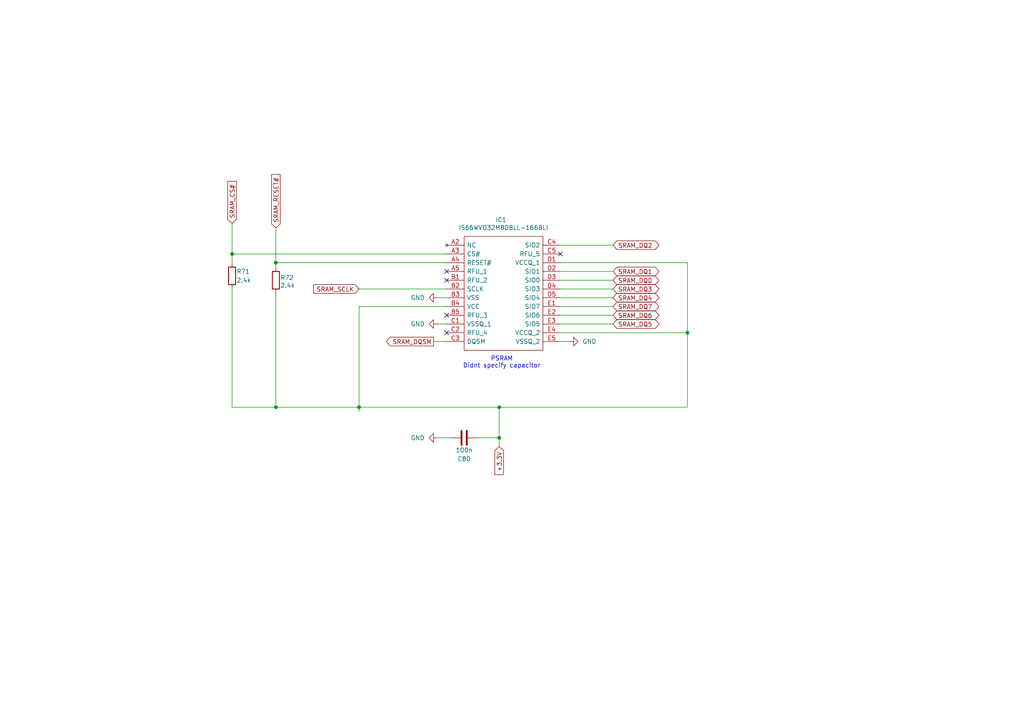
<source format=kicad_sch>
(kicad_sch (version 20231120) (generator "eeschema") (generator_version "8.0")
  (paper "A4")
  (lib_symbols
    (symbol "Device:C" (pin_numbers hide) (pin_names (offset 0.254))
      (property "Reference" "C" (at 0.635 2.54 0))
      (property "Value" "C" (at 0.635 -2.54 0))
      (symbol "C_0_1"
        (polyline (pts (xy -2.032 -0.762) (xy 2.032 -0.762)) (stroke (width 0.508)))
        (polyline (pts (xy -2.032 0.762) (xy 2.032 0.762)) (stroke (width 0.508)))
      )
      (symbol "C_1_1"
        (pin passive line (at 0 3.81 270) (length 2.794) (name "~") (number "1"))
        (pin passive line (at 0 -3.81 90) (length 2.794) (name "~") (number "2"))
      )
    )
    (symbol "Device:R" (pin_numbers hide) (pin_names (offset 0))
      (property "Reference" "R" (at 2.032 0 90))
      (property "Value" "R" (at 0 0 90))
      (symbol "R_0_1"
        (rectangle (start -1.016 -2.54) (end 1.016 2.54) (stroke (width 0.254)))
      )
      (symbol "R_1_1"
        (pin passive line (at 0 3.81 270) (length 1.27) (name "~") (number "1"))
        (pin passive line (at 0 -3.81 90) (length 1.27) (name "~") (number "2"))
      )
    )
    (symbol "IS66WVO32M8DBLL-166BLI:IS66WVO32M8DBLL-166BLI" (pin_names (offset 0.762))
      (property "Reference" "IC" (at 29.21 7.62 0))
      (property "Value" "IS66WVO32M8DBLL-166BLI" (at 29.21 5.08 0))
      (symbol "IS66WVO32M8DBLL-166BLI_0_0"
        (pin no_connect line (at 0 0 0) (length 5.08) (name "NC") (number "A2"))
        (pin passive line (at 0 -2.54 0) (length 5.08) (name "CS#") (number "A3"))
        (pin passive line (at 0 -5.08 0) (length 5.08) (name "RESET#") (number "A4"))
        (pin passive line (at 0 -7.62 0) (length 5.08) (name "RFU_1") (number "A5"))
        (pin passive line (at 0 -10.16 0) (length 5.08) (name "RFU_2") (number "B1"))
        (pin passive line (at 0 -12.7 0) (length 5.08) (name "SCLK") (number "B2"))
        (pin passive line (at 0 -15.24 0) (length 5.08) (name "VSS") (number "B3"))
        (pin passive line (at 0 -17.78 0) (length 5.08) (name "VCC") (number "B4"))
        (pin passive line (at 0 -20.32 0) (length 5.08) (name "RFU_3") (number "B5"))
        (pin passive line (at 0 -22.86 0) (length 5.08) (name "VSSQ_1") (number "C1"))
        (pin passive line (at 0 -25.4 0) (length 5.08) (name "RFU_4") (number "C2"))
        (pin passive line (at 0 -27.94 0) (length 5.08) (name "DQSM") (number "C3"))
        (pin passive line (at 33.02 0 180) (length 5.08) (name "SIO2") (number "C4"))
        (pin passive line (at 33.02 -2.54 180) (length 5.08) (name "RFU_5") (number "C5"))
        (pin passive line (at 33.02 -5.08 180) (length 5.08) (name "VCCQ_1") (number "D1"))
        (pin passive line (at 33.02 -7.62 180) (length 5.08) (name "SIO1") (number "D2"))
        (pin passive line (at 33.02 -10.16 180) (length 5.08) (name "SIO0") (number "D3"))
        (pin passive line (at 33.02 -12.7 180) (length 5.08) (name "SIO3") (number "D4"))
        (pin passive line (at 33.02 -15.24 180) (length 5.08) (name "SIO4") (number "D5"))
        (pin passive line (at 33.02 -17.78 180) (length 5.08) (name "SIO7") (number "E1"))
        (pin passive line (at 33.02 -20.32 180) (length 5.08) (name "SIO6") (number "E2"))
        (pin passive line (at 33.02 -22.86 180) (length 5.08) (name "SIO5") (number "E3"))
        (pin passive line (at 33.02 -25.4 180) (length 5.08) (name "VCCQ_2") (number "E4"))
        (pin passive line (at 33.02 -27.94 180) (length 5.08) (name "VSSQ_2") (number "E5"))
      )
      (symbol "IS66WVO32M8DBLL-166BLI_0_1"
        (polyline (pts (xy 5.08 2.54) (xy 27.94 2.54) (xy 27.94 -30.48) (xy 5.08 -30.48) (xy 5.08 2.54)) (stroke (width 0.1524)))
      )
    )
    (symbol "power:GND" (power) (pin_numbers hide) (pin_names (offset 0) hide)
      (property "Value" "GND" (at 0 -3.81 0))
      (symbol "GND_0_1"
        (polyline (pts (xy 0 0) (xy 0 -1.27) (xy 1.27 -1.27) (xy 0 -2.54) (xy -1.27 -1.27) (xy 0 -1.27)))
      )
      (symbol "GND_1_1"
        (pin power_in line (at 0 0 270) (length 0) (name "~") (number "1"))
      )
    )
  )
  (junction (at 104.14 118.11))
  (junction (at 67.31 73.66))
  (junction (at 80.01 118.11))
  (junction (at 80.01 76.2))
  (junction (at 199.39 96.52))
  (junction (at 144.78 127))
  (junction (at 144.78 118.11))
  (no_connect (at 129.54 78.74))
  (no_connect (at 129.54 81.28))
  (no_connect (at 162.56 73.66))
  (no_connect (at 129.54 91.44))
  (no_connect (at 129.54 96.52))
  (wire (pts (xy 165.1 99.06) (xy 162.56 99.06)))
  (wire (pts (xy 127 93.98) (xy 129.54 93.98)))
  (wire (pts (xy 67.31 73.66) (xy 67.31 76.2)))
  (wire (pts (xy 80.01 118.11) (xy 104.14 118.11)))
  (wire (pts (xy 127 86.36) (xy 129.54 86.36)))
  (wire (pts (xy 80.01 76.2) (xy 80.01 66.04)))
  (wire (pts (xy 104.14 88.9) (xy 129.54 88.9)))
  (wire (pts (xy 144.78 127) (xy 138.43 127)))
  (wire (pts (xy 104.14 118.11) (xy 144.78 118.11)))
  (wire (pts (xy 199.39 76.2) (xy 162.56 76.2)))
  (wire (pts (xy 130.81 127) (xy 127 127)))
  (wire (pts (xy 80.01 85.09) (xy 80.01 118.11)))
  (wire (pts (xy 162.56 91.44) (xy 177.8 91.44)))
  (wire (pts (xy 162.56 86.36) (xy 177.8 86.36)))
  (wire (pts (xy 80.01 77.47) (xy 80.01 76.2)))
  (wire (pts (xy 144.78 129.54) (xy 144.78 127)))
  (wire (pts (xy 104.14 119.38) (xy 104.14 118.11)))
  (wire (pts (xy 67.31 83.82) (xy 67.31 118.11)))
  (wire (pts (xy 162.56 83.82) (xy 177.8 83.82)))
  (wire (pts (xy 162.56 88.9) (xy 177.8 88.9)))
  (wire (pts (xy 67.31 118.11) (xy 80.01 118.11)))
  (wire (pts (xy 162.56 96.52) (xy 199.39 96.52)))
  (wire (pts (xy 162.56 78.74) (xy 177.8 78.74)))
  (wire (pts (xy 104.14 88.9) (xy 104.14 118.11)))
  (wire (pts (xy 67.31 73.66) (xy 129.54 73.66)))
  (wire (pts (xy 67.31 64.77) (xy 67.31 73.66)))
  (wire (pts (xy 144.78 118.11) (xy 144.78 127)))
  (wire (pts (xy 199.39 96.52) (xy 199.39 118.11)))
  (wire (pts (xy 162.56 71.12) (xy 177.8 71.12)))
  (wire (pts (xy 162.56 81.28) (xy 177.8 81.28)))
  (wire (pts (xy 80.01 76.2) (xy 129.54 76.2)))
  (wire (pts (xy 104.14 83.82) (xy 129.54 83.82)))
  (wire (pts (xy 199.39 96.52) (xy 199.39 76.2)))
  (wire (pts (xy 125.73 99.06) (xy 129.54 99.06)))
  (wire (pts (xy 144.78 118.11) (xy 199.39 118.11)))
  (wire (pts (xy 162.56 93.98) (xy 177.8 93.98)))
  (text "PSRAM\n" (at 145.542 104.14 0) (effects (font (size 1.27 1.27))))
  (text "Didnt specify capacitor\n" (at 145.542 106.172 0) (effects (font (size 1.27 1.27))))
  (global_label "+3.3V" (shape input) (at 144.78 129.54 270) (property "Intersheetrefs" "${INTERSHEET_REFS}" (effects (hide yes))))
  (global_label "SRAM_DQ5" (shape bidirectional) (at 177.8 93.98 0) (property "Intersheetrefs" "${INTERSHEET_REFS}" (effects (hide yes))))
  (global_label "SRAM_DQ4" (shape bidirectional) (at 177.8 86.36 0) (property "Intersheetrefs" "${INTERSHEET_REFS}" (effects (hide yes))))
  (global_label "SRAM_DQ1" (shape bidirectional) (at 177.8 78.74 0) (property "Intersheetrefs" "${INTERSHEET_REFS}" (effects (hide yes))))
  (global_label "SRAM_DQ3" (shape bidirectional) (at 177.8 83.82 0) (property "Intersheetrefs" "${INTERSHEET_REFS}" (effects (hide yes))))
  (global_label "SRAM_CS#" (shape input) (at 67.31 64.77 90) (property "Intersheetrefs" "${INTERSHEET_REFS}" (effects (hide yes))))
  (global_label "SRAM_SCLK" (shape input) (at 104.14 83.82 180) (property "Intersheetrefs" "${INTERSHEET_REFS}" (effects (hide yes))))
  (global_label "SRAM_DQ0" (shape bidirectional) (at 177.8 81.28 0) (property "Intersheetrefs" "${INTERSHEET_REFS}" (effects (hide yes))))
  (global_label "SRAM_DQ2" (shape bidirectional) (at 177.8 71.12 0) (property "Intersheetrefs" "${INTERSHEET_REFS}" (effects (hide yes))))
  (global_label "SRAM_DQ6" (shape bidirectional) (at 177.8 91.44 0) (property "Intersheetrefs" "${INTERSHEET_REFS}" (effects (hide yes))))
  (global_label "SRAM_RESET#" (shape input) (at 80.01 66.04 90) (property "Intersheetrefs" "${INTERSHEET_REFS}" (effects (hide yes))))
  (global_label "SRAM_DQ7" (shape bidirectional) (at 177.8 88.9 0) (property "Intersheetrefs" "${INTERSHEET_REFS}" (effects (hide yes))))
  (global_label "SRAM_DQSM" (shape output) (at 125.73 99.06 180) (property "Intersheetrefs" "${INTERSHEET_REFS}" (effects (hide yes))))
  (symbol (lib_id "Device:R") (at 67.31 80.01 0) (unit 1)
    (property "Reference" "R71" (at 68.58 78.74 0) (effects (justify left)))
    (property "Value" "2.4k" (at 68.58 81.28 0) (effects (justify left)))
    (property "Footprint" "Resistor_SMD:R_1206_3216Metric_Pad1.30x1.75mm_HandSolder" (effects (hide yes)))
    (property "Description" "Resistor" (effects (hide yes)))
  )
  (symbol (lib_id "power:GND") (at 127 127 270) (unit 1)
    (property "Reference" "#PWR068" (effects (hide yes)))
    (property "Value" "GND" (at 123.19 127.0001 90) (effects (justify right)))
    (property "Description" "Power symbol creates a global label with name \"GND\" , ground" (effects (hide yes)))
  )
  (symbol (lib_id "Device:C") (at 134.62 127 270) (unit 1)
    (property "Reference" "C80" (at 134.62 133.096 90))
    (property "Value" "100n" (at 134.62 130.556 90))
    (property "Footprint" "Capacitor_SMD:C_1206_3216Metric_Pad1.33x1.80mm_HandSolder" (effects (hide yes)))
    (property "Description" "Unpolarized capacitor" (effects (hide yes)))
  )
  (symbol (lib_id "power:GND") (at 127 86.36 270) (unit 1)
    (property "Reference" "#PWR066" (effects (hide yes)))
    (property "Value" "GND" (at 123.19 86.3599 90) (effects (justify right)))
    (property "Description" "Power symbol creates a global label with name \"GND\" , ground" (effects (hide yes)))
  )
  (symbol (lib_id "power:GND") (at 165.1 99.06 90) (unit 1)
    (property "Reference" "#PWR069" (effects (hide yes)))
    (property "Value" "GND" (at 168.91 99.0601 90) (effects (justify right)))
    (property "Description" "Power symbol creates a global label with name \"GND\" , ground" (effects (hide yes)))
  )
  (symbol (lib_id "power:GND") (at 127 93.98 270) (unit 1)
    (property "Reference" "#PWR067" (effects (hide yes)))
    (property "Value" "GND" (at 123.19 93.9799 90) (effects (justify right)))
    (property "Description" "Power symbol creates a global label with name \"GND\" , ground" (effects (hide yes)))
  )
  (symbol (lib_id "Device:R") (at 80.01 81.28 0) (unit 1)
    (property "Reference" "R72" (at 81.28 80.518 0) (effects (justify left)))
    (property "Value" "2.4k" (at 81.28 82.804 0) (effects (justify left)))
    (property "Footprint" "Resistor_SMD:R_1206_3216Metric_Pad1.30x1.75mm_HandSolder" (effects (hide yes)))
    (property "Description" "Resistor" (effects (hide yes)))
  )
  (symbol (lib_id "IS66WVO32M8DBLL-166BLI:IS66WVO32M8DBLL-166BLI") (at 129.54 71.12 0) (unit 1)
    (property "Reference" "IC1" (at 145.288 63.754 0))
    (property "Value" "IS66WVO32M8DBLL-166BLI" (at 146.05 66.04 0))
    (property "Footprint" "MicroHard:BGA24C100P5X5_600X800X120" (effects (hide yes)))
    (property "Datasheet" "https://www.issi.com/WW/pdf/66-67WVO32M8DALL-BLL.pdf" (effects (hide yes)))
    (property "Description" "SRAM 256Mb 1.8V/3.0V SERIAL PSRAM MEMORY WITH 200MHZ DTR OPI (OCTAL PERIPHERAL INTERFACE) PROTOCOL" (effects (hide yes)))
    (property "Description_1" "SRAM 256Mb 1.8V/3.0V SERIAL PSRAM MEMORY WITH 200MHZ DTR OPI (OCTAL PERIPHERAL INTERFACE) PROTOCOL" (effects (hide yes)))
    (property "Height" "1.2" (effects (hide yes)))
    (property "Mouser Part Number" "870-IS66W8DBLL166BLI" (effects (hide yes)))
    (property "Mouser Price/Stock" "https://www.mouser.co.uk/ProductDetail/ISSI/IS66WVO32M8DBLL-166BLI?qs=MyNHzdoqoQI0fE%252BCoFro2Q%3D%3D" (effects (hide yes)))
    (property "Manufacturer_Name" "Integrated Silicon Solution Inc." (effects (hide yes)))
    (property "Manufacturer_Part_Number" "IS66WVO32M8DBLL-166BLI" (effects (hide yes)))
  )
)
</source>
